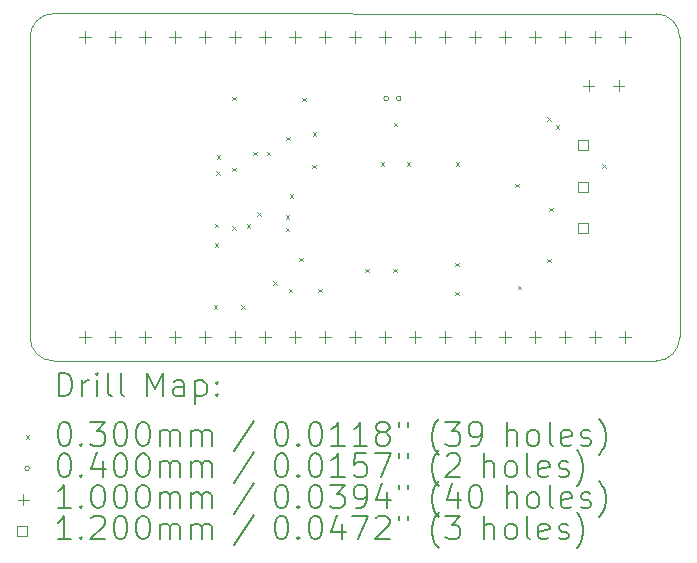
<source format=gbr>
%TF.GenerationSoftware,KiCad,Pcbnew,(6.99.0-2815-gbbc0c61ccb)*%
%TF.CreationDate,2023-01-22T02:42:39+07:00*%
%TF.ProjectId,ESP32-MODBUS-RS485-SHIELD,45535033-322d-44d4-9f44-4255532d5253,rev?*%
%TF.SameCoordinates,Original*%
%TF.FileFunction,Drillmap*%
%TF.FilePolarity,Positive*%
%FSLAX45Y45*%
G04 Gerber Fmt 4.5, Leading zero omitted, Abs format (unit mm)*
G04 Created by KiCad (PCBNEW (6.99.0-2815-gbbc0c61ccb)) date 2023-01-22 02:42:39*
%MOMM*%
%LPD*%
G01*
G04 APERTURE LIST*
%ADD10C,0.100000*%
%ADD11C,0.200000*%
%ADD12C,0.030000*%
%ADD13C,0.040000*%
%ADD14C,0.120000*%
G04 APERTURE END LIST*
D10*
X11890090Y-7950270D02*
G75*
G03*
X11685000Y-8162500I-4750J-200620D01*
G01*
X16985000Y-10892500D02*
X11885000Y-10892500D01*
X11685000Y-10692500D02*
G75*
G03*
X11885000Y-10892500I200000J0D01*
G01*
X17185000Y-8152500D02*
G75*
G03*
X16985000Y-7952500I-200000J0D01*
G01*
X17185000Y-8152500D02*
X17185000Y-10692500D01*
X11685000Y-10692500D02*
X11685000Y-8162500D01*
X11890090Y-7950267D02*
X16985000Y-7952500D01*
X16985000Y-10892500D02*
G75*
G03*
X17185000Y-10692500I0J200000D01*
G01*
D11*
D12*
X13240000Y-10420000D02*
X13270000Y-10450000D01*
X13270000Y-10420000D02*
X13240000Y-10450000D01*
X13250000Y-9730000D02*
X13280000Y-9760000D01*
X13280000Y-9730000D02*
X13250000Y-9760000D01*
X13250000Y-9895000D02*
X13280000Y-9925000D01*
X13280000Y-9895000D02*
X13250000Y-9925000D01*
X13260000Y-9285000D02*
X13290000Y-9315000D01*
X13290000Y-9285000D02*
X13260000Y-9315000D01*
X13265000Y-9150000D02*
X13295000Y-9180000D01*
X13295000Y-9150000D02*
X13265000Y-9180000D01*
X13395000Y-8655000D02*
X13425000Y-8685000D01*
X13425000Y-8655000D02*
X13395000Y-8685000D01*
X13395000Y-9255000D02*
X13425000Y-9285000D01*
X13425000Y-9255000D02*
X13395000Y-9285000D01*
X13395000Y-9750000D02*
X13425000Y-9780000D01*
X13425000Y-9750000D02*
X13395000Y-9780000D01*
X13475000Y-10420000D02*
X13505000Y-10450000D01*
X13505000Y-10420000D02*
X13475000Y-10450000D01*
X13520000Y-9735000D02*
X13550000Y-9765000D01*
X13550000Y-9735000D02*
X13520000Y-9765000D01*
X13575000Y-9120000D02*
X13605000Y-9150000D01*
X13605000Y-9120000D02*
X13575000Y-9150000D01*
X13610000Y-9635000D02*
X13640000Y-9665000D01*
X13640000Y-9635000D02*
X13610000Y-9665000D01*
X13690000Y-9120000D02*
X13720000Y-9150000D01*
X13720000Y-9120000D02*
X13690000Y-9150000D01*
X13745000Y-10215000D02*
X13775000Y-10245000D01*
X13775000Y-10215000D02*
X13745000Y-10245000D01*
X13850000Y-9660000D02*
X13880000Y-9690000D01*
X13880000Y-9660000D02*
X13850000Y-9690000D01*
X13850000Y-9765000D02*
X13880000Y-9795000D01*
X13880000Y-9765000D02*
X13850000Y-9795000D01*
X13854890Y-8995000D02*
X13884890Y-9025000D01*
X13884890Y-8995000D02*
X13854890Y-9025000D01*
X13875000Y-10280000D02*
X13905000Y-10310000D01*
X13905000Y-10280000D02*
X13875000Y-10310000D01*
X13885000Y-9480000D02*
X13915000Y-9510000D01*
X13915000Y-9480000D02*
X13885000Y-9510000D01*
X13965000Y-10020000D02*
X13995000Y-10050000D01*
X13995000Y-10020000D02*
X13965000Y-10050000D01*
X13990000Y-8665000D02*
X14020000Y-8695000D01*
X14020000Y-8665000D02*
X13990000Y-8695000D01*
X14075000Y-9230000D02*
X14105000Y-9260000D01*
X14105000Y-9230000D02*
X14075000Y-9260000D01*
X14080000Y-8955000D02*
X14110000Y-8985000D01*
X14110000Y-8955000D02*
X14080000Y-8985000D01*
X14125000Y-10280000D02*
X14155000Y-10310000D01*
X14155000Y-10280000D02*
X14125000Y-10310000D01*
X14525000Y-10110000D02*
X14555000Y-10140000D01*
X14555000Y-10110000D02*
X14525000Y-10140000D01*
X14655000Y-9210000D02*
X14685000Y-9240000D01*
X14685000Y-9210000D02*
X14655000Y-9240000D01*
X14760000Y-10110000D02*
X14790000Y-10140000D01*
X14790000Y-10110000D02*
X14760000Y-10140000D01*
X14765000Y-8875000D02*
X14795000Y-8905000D01*
X14795000Y-8875000D02*
X14765000Y-8905000D01*
X14875000Y-9210000D02*
X14905000Y-9240000D01*
X14905000Y-9210000D02*
X14875000Y-9240000D01*
X15285000Y-10060000D02*
X15315000Y-10090000D01*
X15315000Y-10060000D02*
X15285000Y-10090000D01*
X15285000Y-10305000D02*
X15315000Y-10335000D01*
X15315000Y-10305000D02*
X15285000Y-10335000D01*
X15290000Y-9210000D02*
X15320000Y-9240000D01*
X15320000Y-9210000D02*
X15290000Y-9240000D01*
X15795000Y-9390000D02*
X15825000Y-9420000D01*
X15825000Y-9390000D02*
X15795000Y-9420000D01*
X15815000Y-10255000D02*
X15845000Y-10285000D01*
X15845000Y-10255000D02*
X15815000Y-10285000D01*
X16065000Y-8830000D02*
X16095000Y-8860000D01*
X16095000Y-8830000D02*
X16065000Y-8860000D01*
X16065000Y-10025000D02*
X16095000Y-10055000D01*
X16095000Y-10025000D02*
X16065000Y-10055000D01*
X16080000Y-9595000D02*
X16110000Y-9625000D01*
X16110000Y-9595000D02*
X16080000Y-9625000D01*
X16135000Y-8895000D02*
X16165000Y-8925000D01*
X16165000Y-8895000D02*
X16135000Y-8925000D01*
X16530000Y-9225000D02*
X16560000Y-9255000D01*
X16560000Y-9225000D02*
X16530000Y-9255000D01*
D13*
X14720000Y-8670000D02*
G75*
G03*
X14720000Y-8670000I-20000J0D01*
G01*
X14825000Y-8670000D02*
G75*
G03*
X14825000Y-8670000I-20000J0D01*
G01*
D10*
X12149000Y-10642500D02*
X12149000Y-10742500D01*
X12099000Y-10692500D02*
X12199000Y-10692500D01*
X12150000Y-8100000D02*
X12150000Y-8200000D01*
X12100000Y-8150000D02*
X12200000Y-8150000D01*
X12403000Y-10642500D02*
X12403000Y-10742500D01*
X12353000Y-10692500D02*
X12453000Y-10692500D01*
X12404000Y-8100000D02*
X12404000Y-8200000D01*
X12354000Y-8150000D02*
X12454000Y-8150000D01*
X12657000Y-10642500D02*
X12657000Y-10742500D01*
X12607000Y-10692500D02*
X12707000Y-10692500D01*
X12658000Y-8100000D02*
X12658000Y-8200000D01*
X12608000Y-8150000D02*
X12708000Y-8150000D01*
X12911000Y-10642500D02*
X12911000Y-10742500D01*
X12861000Y-10692500D02*
X12961000Y-10692500D01*
X12912000Y-8100000D02*
X12912000Y-8200000D01*
X12862000Y-8150000D02*
X12962000Y-8150000D01*
X13165000Y-10642500D02*
X13165000Y-10742500D01*
X13115000Y-10692500D02*
X13215000Y-10692500D01*
X13166000Y-8100000D02*
X13166000Y-8200000D01*
X13116000Y-8150000D02*
X13216000Y-8150000D01*
X13419000Y-10642500D02*
X13419000Y-10742500D01*
X13369000Y-10692500D02*
X13469000Y-10692500D01*
X13420000Y-8100000D02*
X13420000Y-8200000D01*
X13370000Y-8150000D02*
X13470000Y-8150000D01*
X13673000Y-10642500D02*
X13673000Y-10742500D01*
X13623000Y-10692500D02*
X13723000Y-10692500D01*
X13674000Y-8100000D02*
X13674000Y-8200000D01*
X13624000Y-8150000D02*
X13724000Y-8150000D01*
X13927000Y-10642500D02*
X13927000Y-10742500D01*
X13877000Y-10692500D02*
X13977000Y-10692500D01*
X13928000Y-8100000D02*
X13928000Y-8200000D01*
X13878000Y-8150000D02*
X13978000Y-8150000D01*
X14181000Y-10642500D02*
X14181000Y-10742500D01*
X14131000Y-10692500D02*
X14231000Y-10692500D01*
X14182000Y-8100000D02*
X14182000Y-8200000D01*
X14132000Y-8150000D02*
X14232000Y-8150000D01*
X14435000Y-10642500D02*
X14435000Y-10742500D01*
X14385000Y-10692500D02*
X14485000Y-10692500D01*
X14436000Y-8100000D02*
X14436000Y-8200000D01*
X14386000Y-8150000D02*
X14486000Y-8150000D01*
X14689000Y-10642500D02*
X14689000Y-10742500D01*
X14639000Y-10692500D02*
X14739000Y-10692500D01*
X14690000Y-8100000D02*
X14690000Y-8200000D01*
X14640000Y-8150000D02*
X14740000Y-8150000D01*
X14943000Y-10642500D02*
X14943000Y-10742500D01*
X14893000Y-10692500D02*
X14993000Y-10692500D01*
X14944000Y-8100000D02*
X14944000Y-8200000D01*
X14894000Y-8150000D02*
X14994000Y-8150000D01*
X15197000Y-10642500D02*
X15197000Y-10742500D01*
X15147000Y-10692500D02*
X15247000Y-10692500D01*
X15198000Y-8100000D02*
X15198000Y-8200000D01*
X15148000Y-8150000D02*
X15248000Y-8150000D01*
X15451000Y-10642500D02*
X15451000Y-10742500D01*
X15401000Y-10692500D02*
X15501000Y-10692500D01*
X15452000Y-8100000D02*
X15452000Y-8200000D01*
X15402000Y-8150000D02*
X15502000Y-8150000D01*
X15705000Y-10642500D02*
X15705000Y-10742500D01*
X15655000Y-10692500D02*
X15755000Y-10692500D01*
X15706000Y-8100000D02*
X15706000Y-8200000D01*
X15656000Y-8150000D02*
X15756000Y-8150000D01*
X15959000Y-10642500D02*
X15959000Y-10742500D01*
X15909000Y-10692500D02*
X16009000Y-10692500D01*
X15960000Y-8100000D02*
X15960000Y-8200000D01*
X15910000Y-8150000D02*
X16010000Y-8150000D01*
X16213000Y-10642500D02*
X16213000Y-10742500D01*
X16163000Y-10692500D02*
X16263000Y-10692500D01*
X16214000Y-8100000D02*
X16214000Y-8200000D01*
X16164000Y-8150000D02*
X16264000Y-8150000D01*
X16413500Y-8510000D02*
X16413500Y-8610000D01*
X16363500Y-8560000D02*
X16463500Y-8560000D01*
X16467000Y-10642500D02*
X16467000Y-10742500D01*
X16417000Y-10692500D02*
X16517000Y-10692500D01*
X16468000Y-8100000D02*
X16468000Y-8200000D01*
X16418000Y-8150000D02*
X16518000Y-8150000D01*
X16667500Y-8510000D02*
X16667500Y-8610000D01*
X16617500Y-8560000D02*
X16717500Y-8560000D01*
X16721000Y-10642500D02*
X16721000Y-10742500D01*
X16671000Y-10692500D02*
X16771000Y-10692500D01*
X16722000Y-8100000D02*
X16722000Y-8200000D01*
X16672000Y-8150000D02*
X16772000Y-8150000D01*
D14*
X16409177Y-9109427D02*
X16409177Y-9024573D01*
X16324323Y-9024573D01*
X16324323Y-9109427D01*
X16409177Y-9109427D01*
X16409177Y-9459427D02*
X16409177Y-9374573D01*
X16324323Y-9374573D01*
X16324323Y-9459427D01*
X16409177Y-9459427D01*
X16409177Y-9809427D02*
X16409177Y-9724573D01*
X16324323Y-9724573D01*
X16324323Y-9809427D01*
X16409177Y-9809427D01*
D11*
X11927283Y-11190976D02*
X11927283Y-10990976D01*
X11927283Y-10990976D02*
X11974902Y-10990976D01*
X11974902Y-10990976D02*
X12003473Y-11000500D01*
X12003473Y-11000500D02*
X12022521Y-11019548D01*
X12022521Y-11019548D02*
X12032045Y-11038595D01*
X12032045Y-11038595D02*
X12041569Y-11076690D01*
X12041569Y-11076690D02*
X12041569Y-11105262D01*
X12041569Y-11105262D02*
X12032045Y-11143357D01*
X12032045Y-11143357D02*
X12022521Y-11162405D01*
X12022521Y-11162405D02*
X12003473Y-11181452D01*
X12003473Y-11181452D02*
X11974902Y-11190976D01*
X11974902Y-11190976D02*
X11927283Y-11190976D01*
X12127283Y-11190976D02*
X12127283Y-11057643D01*
X12127283Y-11095738D02*
X12136807Y-11076690D01*
X12136807Y-11076690D02*
X12146330Y-11067167D01*
X12146330Y-11067167D02*
X12165378Y-11057643D01*
X12165378Y-11057643D02*
X12184426Y-11057643D01*
X12251092Y-11190976D02*
X12251092Y-11057643D01*
X12251092Y-10990976D02*
X12241569Y-11000500D01*
X12241569Y-11000500D02*
X12251092Y-11010024D01*
X12251092Y-11010024D02*
X12260616Y-11000500D01*
X12260616Y-11000500D02*
X12251092Y-10990976D01*
X12251092Y-10990976D02*
X12251092Y-11010024D01*
X12374902Y-11190976D02*
X12355854Y-11181452D01*
X12355854Y-11181452D02*
X12346330Y-11162405D01*
X12346330Y-11162405D02*
X12346330Y-10990976D01*
X12479664Y-11190976D02*
X12460616Y-11181452D01*
X12460616Y-11181452D02*
X12451092Y-11162405D01*
X12451092Y-11162405D02*
X12451092Y-10990976D01*
X12675854Y-11190976D02*
X12675854Y-10990976D01*
X12675854Y-10990976D02*
X12742521Y-11133833D01*
X12742521Y-11133833D02*
X12809188Y-10990976D01*
X12809188Y-10990976D02*
X12809188Y-11190976D01*
X12990140Y-11190976D02*
X12990140Y-11086214D01*
X12990140Y-11086214D02*
X12980616Y-11067167D01*
X12980616Y-11067167D02*
X12961569Y-11057643D01*
X12961569Y-11057643D02*
X12923473Y-11057643D01*
X12923473Y-11057643D02*
X12904426Y-11067167D01*
X12990140Y-11181452D02*
X12971092Y-11190976D01*
X12971092Y-11190976D02*
X12923473Y-11190976D01*
X12923473Y-11190976D02*
X12904426Y-11181452D01*
X12904426Y-11181452D02*
X12894902Y-11162405D01*
X12894902Y-11162405D02*
X12894902Y-11143357D01*
X12894902Y-11143357D02*
X12904426Y-11124310D01*
X12904426Y-11124310D02*
X12923473Y-11114786D01*
X12923473Y-11114786D02*
X12971092Y-11114786D01*
X12971092Y-11114786D02*
X12990140Y-11105262D01*
X13085378Y-11057643D02*
X13085378Y-11257643D01*
X13085378Y-11067167D02*
X13104426Y-11057643D01*
X13104426Y-11057643D02*
X13142521Y-11057643D01*
X13142521Y-11057643D02*
X13161569Y-11067167D01*
X13161569Y-11067167D02*
X13171092Y-11076690D01*
X13171092Y-11076690D02*
X13180616Y-11095738D01*
X13180616Y-11095738D02*
X13180616Y-11152881D01*
X13180616Y-11152881D02*
X13171092Y-11171929D01*
X13171092Y-11171929D02*
X13161569Y-11181452D01*
X13161569Y-11181452D02*
X13142521Y-11190976D01*
X13142521Y-11190976D02*
X13104426Y-11190976D01*
X13104426Y-11190976D02*
X13085378Y-11181452D01*
X13266330Y-11171929D02*
X13275854Y-11181452D01*
X13275854Y-11181452D02*
X13266330Y-11190976D01*
X13266330Y-11190976D02*
X13256807Y-11181452D01*
X13256807Y-11181452D02*
X13266330Y-11171929D01*
X13266330Y-11171929D02*
X13266330Y-11190976D01*
X13266330Y-11067167D02*
X13275854Y-11076690D01*
X13275854Y-11076690D02*
X13266330Y-11086214D01*
X13266330Y-11086214D02*
X13256807Y-11076690D01*
X13256807Y-11076690D02*
X13266330Y-11067167D01*
X13266330Y-11067167D02*
X13266330Y-11086214D01*
D12*
X11649664Y-11522500D02*
X11679664Y-11552500D01*
X11679664Y-11522500D02*
X11649664Y-11552500D01*
D11*
X11965378Y-11410976D02*
X11984426Y-11410976D01*
X11984426Y-11410976D02*
X12003473Y-11420500D01*
X12003473Y-11420500D02*
X12012997Y-11430024D01*
X12012997Y-11430024D02*
X12022521Y-11449071D01*
X12022521Y-11449071D02*
X12032045Y-11487167D01*
X12032045Y-11487167D02*
X12032045Y-11534786D01*
X12032045Y-11534786D02*
X12022521Y-11572881D01*
X12022521Y-11572881D02*
X12012997Y-11591928D01*
X12012997Y-11591928D02*
X12003473Y-11601452D01*
X12003473Y-11601452D02*
X11984426Y-11610976D01*
X11984426Y-11610976D02*
X11965378Y-11610976D01*
X11965378Y-11610976D02*
X11946330Y-11601452D01*
X11946330Y-11601452D02*
X11936807Y-11591928D01*
X11936807Y-11591928D02*
X11927283Y-11572881D01*
X11927283Y-11572881D02*
X11917759Y-11534786D01*
X11917759Y-11534786D02*
X11917759Y-11487167D01*
X11917759Y-11487167D02*
X11927283Y-11449071D01*
X11927283Y-11449071D02*
X11936807Y-11430024D01*
X11936807Y-11430024D02*
X11946330Y-11420500D01*
X11946330Y-11420500D02*
X11965378Y-11410976D01*
X12117759Y-11591928D02*
X12127283Y-11601452D01*
X12127283Y-11601452D02*
X12117759Y-11610976D01*
X12117759Y-11610976D02*
X12108235Y-11601452D01*
X12108235Y-11601452D02*
X12117759Y-11591928D01*
X12117759Y-11591928D02*
X12117759Y-11610976D01*
X12193950Y-11410976D02*
X12317759Y-11410976D01*
X12317759Y-11410976D02*
X12251092Y-11487167D01*
X12251092Y-11487167D02*
X12279664Y-11487167D01*
X12279664Y-11487167D02*
X12298711Y-11496690D01*
X12298711Y-11496690D02*
X12308235Y-11506214D01*
X12308235Y-11506214D02*
X12317759Y-11525262D01*
X12317759Y-11525262D02*
X12317759Y-11572881D01*
X12317759Y-11572881D02*
X12308235Y-11591928D01*
X12308235Y-11591928D02*
X12298711Y-11601452D01*
X12298711Y-11601452D02*
X12279664Y-11610976D01*
X12279664Y-11610976D02*
X12222521Y-11610976D01*
X12222521Y-11610976D02*
X12203473Y-11601452D01*
X12203473Y-11601452D02*
X12193950Y-11591928D01*
X12441569Y-11410976D02*
X12460616Y-11410976D01*
X12460616Y-11410976D02*
X12479664Y-11420500D01*
X12479664Y-11420500D02*
X12489188Y-11430024D01*
X12489188Y-11430024D02*
X12498711Y-11449071D01*
X12498711Y-11449071D02*
X12508235Y-11487167D01*
X12508235Y-11487167D02*
X12508235Y-11534786D01*
X12508235Y-11534786D02*
X12498711Y-11572881D01*
X12498711Y-11572881D02*
X12489188Y-11591928D01*
X12489188Y-11591928D02*
X12479664Y-11601452D01*
X12479664Y-11601452D02*
X12460616Y-11610976D01*
X12460616Y-11610976D02*
X12441569Y-11610976D01*
X12441569Y-11610976D02*
X12422521Y-11601452D01*
X12422521Y-11601452D02*
X12412997Y-11591928D01*
X12412997Y-11591928D02*
X12403473Y-11572881D01*
X12403473Y-11572881D02*
X12393950Y-11534786D01*
X12393950Y-11534786D02*
X12393950Y-11487167D01*
X12393950Y-11487167D02*
X12403473Y-11449071D01*
X12403473Y-11449071D02*
X12412997Y-11430024D01*
X12412997Y-11430024D02*
X12422521Y-11420500D01*
X12422521Y-11420500D02*
X12441569Y-11410976D01*
X12632045Y-11410976D02*
X12651092Y-11410976D01*
X12651092Y-11410976D02*
X12670140Y-11420500D01*
X12670140Y-11420500D02*
X12679664Y-11430024D01*
X12679664Y-11430024D02*
X12689188Y-11449071D01*
X12689188Y-11449071D02*
X12698711Y-11487167D01*
X12698711Y-11487167D02*
X12698711Y-11534786D01*
X12698711Y-11534786D02*
X12689188Y-11572881D01*
X12689188Y-11572881D02*
X12679664Y-11591928D01*
X12679664Y-11591928D02*
X12670140Y-11601452D01*
X12670140Y-11601452D02*
X12651092Y-11610976D01*
X12651092Y-11610976D02*
X12632045Y-11610976D01*
X12632045Y-11610976D02*
X12612997Y-11601452D01*
X12612997Y-11601452D02*
X12603473Y-11591928D01*
X12603473Y-11591928D02*
X12593950Y-11572881D01*
X12593950Y-11572881D02*
X12584426Y-11534786D01*
X12584426Y-11534786D02*
X12584426Y-11487167D01*
X12584426Y-11487167D02*
X12593950Y-11449071D01*
X12593950Y-11449071D02*
X12603473Y-11430024D01*
X12603473Y-11430024D02*
X12612997Y-11420500D01*
X12612997Y-11420500D02*
X12632045Y-11410976D01*
X12784426Y-11610976D02*
X12784426Y-11477643D01*
X12784426Y-11496690D02*
X12793950Y-11487167D01*
X12793950Y-11487167D02*
X12812997Y-11477643D01*
X12812997Y-11477643D02*
X12841569Y-11477643D01*
X12841569Y-11477643D02*
X12860616Y-11487167D01*
X12860616Y-11487167D02*
X12870140Y-11506214D01*
X12870140Y-11506214D02*
X12870140Y-11610976D01*
X12870140Y-11506214D02*
X12879664Y-11487167D01*
X12879664Y-11487167D02*
X12898711Y-11477643D01*
X12898711Y-11477643D02*
X12927283Y-11477643D01*
X12927283Y-11477643D02*
X12946331Y-11487167D01*
X12946331Y-11487167D02*
X12955854Y-11506214D01*
X12955854Y-11506214D02*
X12955854Y-11610976D01*
X13051092Y-11610976D02*
X13051092Y-11477643D01*
X13051092Y-11496690D02*
X13060616Y-11487167D01*
X13060616Y-11487167D02*
X13079664Y-11477643D01*
X13079664Y-11477643D02*
X13108235Y-11477643D01*
X13108235Y-11477643D02*
X13127283Y-11487167D01*
X13127283Y-11487167D02*
X13136807Y-11506214D01*
X13136807Y-11506214D02*
X13136807Y-11610976D01*
X13136807Y-11506214D02*
X13146331Y-11487167D01*
X13146331Y-11487167D02*
X13165378Y-11477643D01*
X13165378Y-11477643D02*
X13193950Y-11477643D01*
X13193950Y-11477643D02*
X13212997Y-11487167D01*
X13212997Y-11487167D02*
X13222521Y-11506214D01*
X13222521Y-11506214D02*
X13222521Y-11610976D01*
X13580616Y-11401452D02*
X13409188Y-11658595D01*
X13805378Y-11410976D02*
X13824426Y-11410976D01*
X13824426Y-11410976D02*
X13843473Y-11420500D01*
X13843473Y-11420500D02*
X13852997Y-11430024D01*
X13852997Y-11430024D02*
X13862521Y-11449071D01*
X13862521Y-11449071D02*
X13872045Y-11487167D01*
X13872045Y-11487167D02*
X13872045Y-11534786D01*
X13872045Y-11534786D02*
X13862521Y-11572881D01*
X13862521Y-11572881D02*
X13852997Y-11591928D01*
X13852997Y-11591928D02*
X13843473Y-11601452D01*
X13843473Y-11601452D02*
X13824426Y-11610976D01*
X13824426Y-11610976D02*
X13805378Y-11610976D01*
X13805378Y-11610976D02*
X13786331Y-11601452D01*
X13786331Y-11601452D02*
X13776807Y-11591928D01*
X13776807Y-11591928D02*
X13767283Y-11572881D01*
X13767283Y-11572881D02*
X13757759Y-11534786D01*
X13757759Y-11534786D02*
X13757759Y-11487167D01*
X13757759Y-11487167D02*
X13767283Y-11449071D01*
X13767283Y-11449071D02*
X13776807Y-11430024D01*
X13776807Y-11430024D02*
X13786331Y-11420500D01*
X13786331Y-11420500D02*
X13805378Y-11410976D01*
X13957759Y-11591928D02*
X13967283Y-11601452D01*
X13967283Y-11601452D02*
X13957759Y-11610976D01*
X13957759Y-11610976D02*
X13948235Y-11601452D01*
X13948235Y-11601452D02*
X13957759Y-11591928D01*
X13957759Y-11591928D02*
X13957759Y-11610976D01*
X14091092Y-11410976D02*
X14110140Y-11410976D01*
X14110140Y-11410976D02*
X14129188Y-11420500D01*
X14129188Y-11420500D02*
X14138712Y-11430024D01*
X14138712Y-11430024D02*
X14148235Y-11449071D01*
X14148235Y-11449071D02*
X14157759Y-11487167D01*
X14157759Y-11487167D02*
X14157759Y-11534786D01*
X14157759Y-11534786D02*
X14148235Y-11572881D01*
X14148235Y-11572881D02*
X14138712Y-11591928D01*
X14138712Y-11591928D02*
X14129188Y-11601452D01*
X14129188Y-11601452D02*
X14110140Y-11610976D01*
X14110140Y-11610976D02*
X14091092Y-11610976D01*
X14091092Y-11610976D02*
X14072045Y-11601452D01*
X14072045Y-11601452D02*
X14062521Y-11591928D01*
X14062521Y-11591928D02*
X14052997Y-11572881D01*
X14052997Y-11572881D02*
X14043473Y-11534786D01*
X14043473Y-11534786D02*
X14043473Y-11487167D01*
X14043473Y-11487167D02*
X14052997Y-11449071D01*
X14052997Y-11449071D02*
X14062521Y-11430024D01*
X14062521Y-11430024D02*
X14072045Y-11420500D01*
X14072045Y-11420500D02*
X14091092Y-11410976D01*
X14348235Y-11610976D02*
X14233950Y-11610976D01*
X14291092Y-11610976D02*
X14291092Y-11410976D01*
X14291092Y-11410976D02*
X14272045Y-11439548D01*
X14272045Y-11439548D02*
X14252997Y-11458595D01*
X14252997Y-11458595D02*
X14233950Y-11468119D01*
X14538712Y-11610976D02*
X14424426Y-11610976D01*
X14481569Y-11610976D02*
X14481569Y-11410976D01*
X14481569Y-11410976D02*
X14462521Y-11439548D01*
X14462521Y-11439548D02*
X14443473Y-11458595D01*
X14443473Y-11458595D02*
X14424426Y-11468119D01*
X14652997Y-11496690D02*
X14633950Y-11487167D01*
X14633950Y-11487167D02*
X14624426Y-11477643D01*
X14624426Y-11477643D02*
X14614902Y-11458595D01*
X14614902Y-11458595D02*
X14614902Y-11449071D01*
X14614902Y-11449071D02*
X14624426Y-11430024D01*
X14624426Y-11430024D02*
X14633950Y-11420500D01*
X14633950Y-11420500D02*
X14652997Y-11410976D01*
X14652997Y-11410976D02*
X14691093Y-11410976D01*
X14691093Y-11410976D02*
X14710140Y-11420500D01*
X14710140Y-11420500D02*
X14719664Y-11430024D01*
X14719664Y-11430024D02*
X14729188Y-11449071D01*
X14729188Y-11449071D02*
X14729188Y-11458595D01*
X14729188Y-11458595D02*
X14719664Y-11477643D01*
X14719664Y-11477643D02*
X14710140Y-11487167D01*
X14710140Y-11487167D02*
X14691093Y-11496690D01*
X14691093Y-11496690D02*
X14652997Y-11496690D01*
X14652997Y-11496690D02*
X14633950Y-11506214D01*
X14633950Y-11506214D02*
X14624426Y-11515738D01*
X14624426Y-11515738D02*
X14614902Y-11534786D01*
X14614902Y-11534786D02*
X14614902Y-11572881D01*
X14614902Y-11572881D02*
X14624426Y-11591928D01*
X14624426Y-11591928D02*
X14633950Y-11601452D01*
X14633950Y-11601452D02*
X14652997Y-11610976D01*
X14652997Y-11610976D02*
X14691093Y-11610976D01*
X14691093Y-11610976D02*
X14710140Y-11601452D01*
X14710140Y-11601452D02*
X14719664Y-11591928D01*
X14719664Y-11591928D02*
X14729188Y-11572881D01*
X14729188Y-11572881D02*
X14729188Y-11534786D01*
X14729188Y-11534786D02*
X14719664Y-11515738D01*
X14719664Y-11515738D02*
X14710140Y-11506214D01*
X14710140Y-11506214D02*
X14691093Y-11496690D01*
X14805378Y-11410976D02*
X14805378Y-11449071D01*
X14881569Y-11410976D02*
X14881569Y-11449071D01*
X15144426Y-11687167D02*
X15134902Y-11677643D01*
X15134902Y-11677643D02*
X15115854Y-11649071D01*
X15115854Y-11649071D02*
X15106331Y-11630024D01*
X15106331Y-11630024D02*
X15096807Y-11601452D01*
X15096807Y-11601452D02*
X15087283Y-11553833D01*
X15087283Y-11553833D02*
X15087283Y-11515738D01*
X15087283Y-11515738D02*
X15096807Y-11468119D01*
X15096807Y-11468119D02*
X15106331Y-11439548D01*
X15106331Y-11439548D02*
X15115854Y-11420500D01*
X15115854Y-11420500D02*
X15134902Y-11391928D01*
X15134902Y-11391928D02*
X15144426Y-11382405D01*
X15201569Y-11410976D02*
X15325378Y-11410976D01*
X15325378Y-11410976D02*
X15258712Y-11487167D01*
X15258712Y-11487167D02*
X15287283Y-11487167D01*
X15287283Y-11487167D02*
X15306331Y-11496690D01*
X15306331Y-11496690D02*
X15315854Y-11506214D01*
X15315854Y-11506214D02*
X15325378Y-11525262D01*
X15325378Y-11525262D02*
X15325378Y-11572881D01*
X15325378Y-11572881D02*
X15315854Y-11591928D01*
X15315854Y-11591928D02*
X15306331Y-11601452D01*
X15306331Y-11601452D02*
X15287283Y-11610976D01*
X15287283Y-11610976D02*
X15230140Y-11610976D01*
X15230140Y-11610976D02*
X15211093Y-11601452D01*
X15211093Y-11601452D02*
X15201569Y-11591928D01*
X15420616Y-11610976D02*
X15458712Y-11610976D01*
X15458712Y-11610976D02*
X15477759Y-11601452D01*
X15477759Y-11601452D02*
X15487283Y-11591928D01*
X15487283Y-11591928D02*
X15506331Y-11563357D01*
X15506331Y-11563357D02*
X15515854Y-11525262D01*
X15515854Y-11525262D02*
X15515854Y-11449071D01*
X15515854Y-11449071D02*
X15506331Y-11430024D01*
X15506331Y-11430024D02*
X15496807Y-11420500D01*
X15496807Y-11420500D02*
X15477759Y-11410976D01*
X15477759Y-11410976D02*
X15439664Y-11410976D01*
X15439664Y-11410976D02*
X15420616Y-11420500D01*
X15420616Y-11420500D02*
X15411093Y-11430024D01*
X15411093Y-11430024D02*
X15401569Y-11449071D01*
X15401569Y-11449071D02*
X15401569Y-11496690D01*
X15401569Y-11496690D02*
X15411093Y-11515738D01*
X15411093Y-11515738D02*
X15420616Y-11525262D01*
X15420616Y-11525262D02*
X15439664Y-11534786D01*
X15439664Y-11534786D02*
X15477759Y-11534786D01*
X15477759Y-11534786D02*
X15496807Y-11525262D01*
X15496807Y-11525262D02*
X15506331Y-11515738D01*
X15506331Y-11515738D02*
X15515854Y-11496690D01*
X15721569Y-11610976D02*
X15721569Y-11410976D01*
X15807283Y-11610976D02*
X15807283Y-11506214D01*
X15807283Y-11506214D02*
X15797759Y-11487167D01*
X15797759Y-11487167D02*
X15778712Y-11477643D01*
X15778712Y-11477643D02*
X15750140Y-11477643D01*
X15750140Y-11477643D02*
X15731093Y-11487167D01*
X15731093Y-11487167D02*
X15721569Y-11496690D01*
X15931093Y-11610976D02*
X15912045Y-11601452D01*
X15912045Y-11601452D02*
X15902521Y-11591928D01*
X15902521Y-11591928D02*
X15892997Y-11572881D01*
X15892997Y-11572881D02*
X15892997Y-11515738D01*
X15892997Y-11515738D02*
X15902521Y-11496690D01*
X15902521Y-11496690D02*
X15912045Y-11487167D01*
X15912045Y-11487167D02*
X15931093Y-11477643D01*
X15931093Y-11477643D02*
X15959664Y-11477643D01*
X15959664Y-11477643D02*
X15978712Y-11487167D01*
X15978712Y-11487167D02*
X15988235Y-11496690D01*
X15988235Y-11496690D02*
X15997759Y-11515738D01*
X15997759Y-11515738D02*
X15997759Y-11572881D01*
X15997759Y-11572881D02*
X15988235Y-11591928D01*
X15988235Y-11591928D02*
X15978712Y-11601452D01*
X15978712Y-11601452D02*
X15959664Y-11610976D01*
X15959664Y-11610976D02*
X15931093Y-11610976D01*
X16112045Y-11610976D02*
X16092997Y-11601452D01*
X16092997Y-11601452D02*
X16083474Y-11582405D01*
X16083474Y-11582405D02*
X16083474Y-11410976D01*
X16264426Y-11601452D02*
X16245378Y-11610976D01*
X16245378Y-11610976D02*
X16207283Y-11610976D01*
X16207283Y-11610976D02*
X16188235Y-11601452D01*
X16188235Y-11601452D02*
X16178712Y-11582405D01*
X16178712Y-11582405D02*
X16178712Y-11506214D01*
X16178712Y-11506214D02*
X16188235Y-11487167D01*
X16188235Y-11487167D02*
X16207283Y-11477643D01*
X16207283Y-11477643D02*
X16245378Y-11477643D01*
X16245378Y-11477643D02*
X16264426Y-11487167D01*
X16264426Y-11487167D02*
X16273950Y-11506214D01*
X16273950Y-11506214D02*
X16273950Y-11525262D01*
X16273950Y-11525262D02*
X16178712Y-11544309D01*
X16350140Y-11601452D02*
X16369188Y-11610976D01*
X16369188Y-11610976D02*
X16407283Y-11610976D01*
X16407283Y-11610976D02*
X16426331Y-11601452D01*
X16426331Y-11601452D02*
X16435855Y-11582405D01*
X16435855Y-11582405D02*
X16435855Y-11572881D01*
X16435855Y-11572881D02*
X16426331Y-11553833D01*
X16426331Y-11553833D02*
X16407283Y-11544309D01*
X16407283Y-11544309D02*
X16378712Y-11544309D01*
X16378712Y-11544309D02*
X16359664Y-11534786D01*
X16359664Y-11534786D02*
X16350140Y-11515738D01*
X16350140Y-11515738D02*
X16350140Y-11506214D01*
X16350140Y-11506214D02*
X16359664Y-11487167D01*
X16359664Y-11487167D02*
X16378712Y-11477643D01*
X16378712Y-11477643D02*
X16407283Y-11477643D01*
X16407283Y-11477643D02*
X16426331Y-11487167D01*
X16502521Y-11687167D02*
X16512045Y-11677643D01*
X16512045Y-11677643D02*
X16531093Y-11649071D01*
X16531093Y-11649071D02*
X16540616Y-11630024D01*
X16540616Y-11630024D02*
X16550140Y-11601452D01*
X16550140Y-11601452D02*
X16559664Y-11553833D01*
X16559664Y-11553833D02*
X16559664Y-11515738D01*
X16559664Y-11515738D02*
X16550140Y-11468119D01*
X16550140Y-11468119D02*
X16540616Y-11439548D01*
X16540616Y-11439548D02*
X16531093Y-11420500D01*
X16531093Y-11420500D02*
X16512045Y-11391928D01*
X16512045Y-11391928D02*
X16502521Y-11382405D01*
D13*
X11679664Y-11801500D02*
G75*
G03*
X11679664Y-11801500I-20000J0D01*
G01*
D11*
X11965378Y-11674976D02*
X11984426Y-11674976D01*
X11984426Y-11674976D02*
X12003473Y-11684500D01*
X12003473Y-11684500D02*
X12012997Y-11694024D01*
X12012997Y-11694024D02*
X12022521Y-11713071D01*
X12022521Y-11713071D02*
X12032045Y-11751167D01*
X12032045Y-11751167D02*
X12032045Y-11798786D01*
X12032045Y-11798786D02*
X12022521Y-11836881D01*
X12022521Y-11836881D02*
X12012997Y-11855928D01*
X12012997Y-11855928D02*
X12003473Y-11865452D01*
X12003473Y-11865452D02*
X11984426Y-11874976D01*
X11984426Y-11874976D02*
X11965378Y-11874976D01*
X11965378Y-11874976D02*
X11946330Y-11865452D01*
X11946330Y-11865452D02*
X11936807Y-11855928D01*
X11936807Y-11855928D02*
X11927283Y-11836881D01*
X11927283Y-11836881D02*
X11917759Y-11798786D01*
X11917759Y-11798786D02*
X11917759Y-11751167D01*
X11917759Y-11751167D02*
X11927283Y-11713071D01*
X11927283Y-11713071D02*
X11936807Y-11694024D01*
X11936807Y-11694024D02*
X11946330Y-11684500D01*
X11946330Y-11684500D02*
X11965378Y-11674976D01*
X12117759Y-11855928D02*
X12127283Y-11865452D01*
X12127283Y-11865452D02*
X12117759Y-11874976D01*
X12117759Y-11874976D02*
X12108235Y-11865452D01*
X12108235Y-11865452D02*
X12117759Y-11855928D01*
X12117759Y-11855928D02*
X12117759Y-11874976D01*
X12298711Y-11741643D02*
X12298711Y-11874976D01*
X12251092Y-11665452D02*
X12203473Y-11808309D01*
X12203473Y-11808309D02*
X12327283Y-11808309D01*
X12441569Y-11674976D02*
X12460616Y-11674976D01*
X12460616Y-11674976D02*
X12479664Y-11684500D01*
X12479664Y-11684500D02*
X12489188Y-11694024D01*
X12489188Y-11694024D02*
X12498711Y-11713071D01*
X12498711Y-11713071D02*
X12508235Y-11751167D01*
X12508235Y-11751167D02*
X12508235Y-11798786D01*
X12508235Y-11798786D02*
X12498711Y-11836881D01*
X12498711Y-11836881D02*
X12489188Y-11855928D01*
X12489188Y-11855928D02*
X12479664Y-11865452D01*
X12479664Y-11865452D02*
X12460616Y-11874976D01*
X12460616Y-11874976D02*
X12441569Y-11874976D01*
X12441569Y-11874976D02*
X12422521Y-11865452D01*
X12422521Y-11865452D02*
X12412997Y-11855928D01*
X12412997Y-11855928D02*
X12403473Y-11836881D01*
X12403473Y-11836881D02*
X12393950Y-11798786D01*
X12393950Y-11798786D02*
X12393950Y-11751167D01*
X12393950Y-11751167D02*
X12403473Y-11713071D01*
X12403473Y-11713071D02*
X12412997Y-11694024D01*
X12412997Y-11694024D02*
X12422521Y-11684500D01*
X12422521Y-11684500D02*
X12441569Y-11674976D01*
X12632045Y-11674976D02*
X12651092Y-11674976D01*
X12651092Y-11674976D02*
X12670140Y-11684500D01*
X12670140Y-11684500D02*
X12679664Y-11694024D01*
X12679664Y-11694024D02*
X12689188Y-11713071D01*
X12689188Y-11713071D02*
X12698711Y-11751167D01*
X12698711Y-11751167D02*
X12698711Y-11798786D01*
X12698711Y-11798786D02*
X12689188Y-11836881D01*
X12689188Y-11836881D02*
X12679664Y-11855928D01*
X12679664Y-11855928D02*
X12670140Y-11865452D01*
X12670140Y-11865452D02*
X12651092Y-11874976D01*
X12651092Y-11874976D02*
X12632045Y-11874976D01*
X12632045Y-11874976D02*
X12612997Y-11865452D01*
X12612997Y-11865452D02*
X12603473Y-11855928D01*
X12603473Y-11855928D02*
X12593950Y-11836881D01*
X12593950Y-11836881D02*
X12584426Y-11798786D01*
X12584426Y-11798786D02*
X12584426Y-11751167D01*
X12584426Y-11751167D02*
X12593950Y-11713071D01*
X12593950Y-11713071D02*
X12603473Y-11694024D01*
X12603473Y-11694024D02*
X12612997Y-11684500D01*
X12612997Y-11684500D02*
X12632045Y-11674976D01*
X12784426Y-11874976D02*
X12784426Y-11741643D01*
X12784426Y-11760690D02*
X12793950Y-11751167D01*
X12793950Y-11751167D02*
X12812997Y-11741643D01*
X12812997Y-11741643D02*
X12841569Y-11741643D01*
X12841569Y-11741643D02*
X12860616Y-11751167D01*
X12860616Y-11751167D02*
X12870140Y-11770214D01*
X12870140Y-11770214D02*
X12870140Y-11874976D01*
X12870140Y-11770214D02*
X12879664Y-11751167D01*
X12879664Y-11751167D02*
X12898711Y-11741643D01*
X12898711Y-11741643D02*
X12927283Y-11741643D01*
X12927283Y-11741643D02*
X12946331Y-11751167D01*
X12946331Y-11751167D02*
X12955854Y-11770214D01*
X12955854Y-11770214D02*
X12955854Y-11874976D01*
X13051092Y-11874976D02*
X13051092Y-11741643D01*
X13051092Y-11760690D02*
X13060616Y-11751167D01*
X13060616Y-11751167D02*
X13079664Y-11741643D01*
X13079664Y-11741643D02*
X13108235Y-11741643D01*
X13108235Y-11741643D02*
X13127283Y-11751167D01*
X13127283Y-11751167D02*
X13136807Y-11770214D01*
X13136807Y-11770214D02*
X13136807Y-11874976D01*
X13136807Y-11770214D02*
X13146331Y-11751167D01*
X13146331Y-11751167D02*
X13165378Y-11741643D01*
X13165378Y-11741643D02*
X13193950Y-11741643D01*
X13193950Y-11741643D02*
X13212997Y-11751167D01*
X13212997Y-11751167D02*
X13222521Y-11770214D01*
X13222521Y-11770214D02*
X13222521Y-11874976D01*
X13580616Y-11665452D02*
X13409188Y-11922595D01*
X13805378Y-11674976D02*
X13824426Y-11674976D01*
X13824426Y-11674976D02*
X13843473Y-11684500D01*
X13843473Y-11684500D02*
X13852997Y-11694024D01*
X13852997Y-11694024D02*
X13862521Y-11713071D01*
X13862521Y-11713071D02*
X13872045Y-11751167D01*
X13872045Y-11751167D02*
X13872045Y-11798786D01*
X13872045Y-11798786D02*
X13862521Y-11836881D01*
X13862521Y-11836881D02*
X13852997Y-11855928D01*
X13852997Y-11855928D02*
X13843473Y-11865452D01*
X13843473Y-11865452D02*
X13824426Y-11874976D01*
X13824426Y-11874976D02*
X13805378Y-11874976D01*
X13805378Y-11874976D02*
X13786331Y-11865452D01*
X13786331Y-11865452D02*
X13776807Y-11855928D01*
X13776807Y-11855928D02*
X13767283Y-11836881D01*
X13767283Y-11836881D02*
X13757759Y-11798786D01*
X13757759Y-11798786D02*
X13757759Y-11751167D01*
X13757759Y-11751167D02*
X13767283Y-11713071D01*
X13767283Y-11713071D02*
X13776807Y-11694024D01*
X13776807Y-11694024D02*
X13786331Y-11684500D01*
X13786331Y-11684500D02*
X13805378Y-11674976D01*
X13957759Y-11855928D02*
X13967283Y-11865452D01*
X13967283Y-11865452D02*
X13957759Y-11874976D01*
X13957759Y-11874976D02*
X13948235Y-11865452D01*
X13948235Y-11865452D02*
X13957759Y-11855928D01*
X13957759Y-11855928D02*
X13957759Y-11874976D01*
X14091092Y-11674976D02*
X14110140Y-11674976D01*
X14110140Y-11674976D02*
X14129188Y-11684500D01*
X14129188Y-11684500D02*
X14138712Y-11694024D01*
X14138712Y-11694024D02*
X14148235Y-11713071D01*
X14148235Y-11713071D02*
X14157759Y-11751167D01*
X14157759Y-11751167D02*
X14157759Y-11798786D01*
X14157759Y-11798786D02*
X14148235Y-11836881D01*
X14148235Y-11836881D02*
X14138712Y-11855928D01*
X14138712Y-11855928D02*
X14129188Y-11865452D01*
X14129188Y-11865452D02*
X14110140Y-11874976D01*
X14110140Y-11874976D02*
X14091092Y-11874976D01*
X14091092Y-11874976D02*
X14072045Y-11865452D01*
X14072045Y-11865452D02*
X14062521Y-11855928D01*
X14062521Y-11855928D02*
X14052997Y-11836881D01*
X14052997Y-11836881D02*
X14043473Y-11798786D01*
X14043473Y-11798786D02*
X14043473Y-11751167D01*
X14043473Y-11751167D02*
X14052997Y-11713071D01*
X14052997Y-11713071D02*
X14062521Y-11694024D01*
X14062521Y-11694024D02*
X14072045Y-11684500D01*
X14072045Y-11684500D02*
X14091092Y-11674976D01*
X14348235Y-11874976D02*
X14233950Y-11874976D01*
X14291092Y-11874976D02*
X14291092Y-11674976D01*
X14291092Y-11674976D02*
X14272045Y-11703548D01*
X14272045Y-11703548D02*
X14252997Y-11722595D01*
X14252997Y-11722595D02*
X14233950Y-11732119D01*
X14529188Y-11674976D02*
X14433950Y-11674976D01*
X14433950Y-11674976D02*
X14424426Y-11770214D01*
X14424426Y-11770214D02*
X14433950Y-11760690D01*
X14433950Y-11760690D02*
X14452997Y-11751167D01*
X14452997Y-11751167D02*
X14500616Y-11751167D01*
X14500616Y-11751167D02*
X14519664Y-11760690D01*
X14519664Y-11760690D02*
X14529188Y-11770214D01*
X14529188Y-11770214D02*
X14538712Y-11789262D01*
X14538712Y-11789262D02*
X14538712Y-11836881D01*
X14538712Y-11836881D02*
X14529188Y-11855928D01*
X14529188Y-11855928D02*
X14519664Y-11865452D01*
X14519664Y-11865452D02*
X14500616Y-11874976D01*
X14500616Y-11874976D02*
X14452997Y-11874976D01*
X14452997Y-11874976D02*
X14433950Y-11865452D01*
X14433950Y-11865452D02*
X14424426Y-11855928D01*
X14605378Y-11674976D02*
X14738712Y-11674976D01*
X14738712Y-11674976D02*
X14652997Y-11874976D01*
X14805378Y-11674976D02*
X14805378Y-11713071D01*
X14881569Y-11674976D02*
X14881569Y-11713071D01*
X15144426Y-11951167D02*
X15134902Y-11941643D01*
X15134902Y-11941643D02*
X15115854Y-11913071D01*
X15115854Y-11913071D02*
X15106331Y-11894024D01*
X15106331Y-11894024D02*
X15096807Y-11865452D01*
X15096807Y-11865452D02*
X15087283Y-11817833D01*
X15087283Y-11817833D02*
X15087283Y-11779738D01*
X15087283Y-11779738D02*
X15096807Y-11732119D01*
X15096807Y-11732119D02*
X15106331Y-11703548D01*
X15106331Y-11703548D02*
X15115854Y-11684500D01*
X15115854Y-11684500D02*
X15134902Y-11655928D01*
X15134902Y-11655928D02*
X15144426Y-11646405D01*
X15211093Y-11694024D02*
X15220616Y-11684500D01*
X15220616Y-11684500D02*
X15239664Y-11674976D01*
X15239664Y-11674976D02*
X15287283Y-11674976D01*
X15287283Y-11674976D02*
X15306331Y-11684500D01*
X15306331Y-11684500D02*
X15315854Y-11694024D01*
X15315854Y-11694024D02*
X15325378Y-11713071D01*
X15325378Y-11713071D02*
X15325378Y-11732119D01*
X15325378Y-11732119D02*
X15315854Y-11760690D01*
X15315854Y-11760690D02*
X15201569Y-11874976D01*
X15201569Y-11874976D02*
X15325378Y-11874976D01*
X15531093Y-11874976D02*
X15531093Y-11674976D01*
X15616807Y-11874976D02*
X15616807Y-11770214D01*
X15616807Y-11770214D02*
X15607283Y-11751167D01*
X15607283Y-11751167D02*
X15588235Y-11741643D01*
X15588235Y-11741643D02*
X15559664Y-11741643D01*
X15559664Y-11741643D02*
X15540616Y-11751167D01*
X15540616Y-11751167D02*
X15531093Y-11760690D01*
X15740616Y-11874976D02*
X15721569Y-11865452D01*
X15721569Y-11865452D02*
X15712045Y-11855928D01*
X15712045Y-11855928D02*
X15702521Y-11836881D01*
X15702521Y-11836881D02*
X15702521Y-11779738D01*
X15702521Y-11779738D02*
X15712045Y-11760690D01*
X15712045Y-11760690D02*
X15721569Y-11751167D01*
X15721569Y-11751167D02*
X15740616Y-11741643D01*
X15740616Y-11741643D02*
X15769188Y-11741643D01*
X15769188Y-11741643D02*
X15788235Y-11751167D01*
X15788235Y-11751167D02*
X15797759Y-11760690D01*
X15797759Y-11760690D02*
X15807283Y-11779738D01*
X15807283Y-11779738D02*
X15807283Y-11836881D01*
X15807283Y-11836881D02*
X15797759Y-11855928D01*
X15797759Y-11855928D02*
X15788235Y-11865452D01*
X15788235Y-11865452D02*
X15769188Y-11874976D01*
X15769188Y-11874976D02*
X15740616Y-11874976D01*
X15921569Y-11874976D02*
X15902521Y-11865452D01*
X15902521Y-11865452D02*
X15892997Y-11846405D01*
X15892997Y-11846405D02*
X15892997Y-11674976D01*
X16073950Y-11865452D02*
X16054902Y-11874976D01*
X16054902Y-11874976D02*
X16016807Y-11874976D01*
X16016807Y-11874976D02*
X15997759Y-11865452D01*
X15997759Y-11865452D02*
X15988235Y-11846405D01*
X15988235Y-11846405D02*
X15988235Y-11770214D01*
X15988235Y-11770214D02*
X15997759Y-11751167D01*
X15997759Y-11751167D02*
X16016807Y-11741643D01*
X16016807Y-11741643D02*
X16054902Y-11741643D01*
X16054902Y-11741643D02*
X16073950Y-11751167D01*
X16073950Y-11751167D02*
X16083474Y-11770214D01*
X16083474Y-11770214D02*
X16083474Y-11789262D01*
X16083474Y-11789262D02*
X15988235Y-11808309D01*
X16159664Y-11865452D02*
X16178712Y-11874976D01*
X16178712Y-11874976D02*
X16216807Y-11874976D01*
X16216807Y-11874976D02*
X16235855Y-11865452D01*
X16235855Y-11865452D02*
X16245378Y-11846405D01*
X16245378Y-11846405D02*
X16245378Y-11836881D01*
X16245378Y-11836881D02*
X16235855Y-11817833D01*
X16235855Y-11817833D02*
X16216807Y-11808309D01*
X16216807Y-11808309D02*
X16188235Y-11808309D01*
X16188235Y-11808309D02*
X16169188Y-11798786D01*
X16169188Y-11798786D02*
X16159664Y-11779738D01*
X16159664Y-11779738D02*
X16159664Y-11770214D01*
X16159664Y-11770214D02*
X16169188Y-11751167D01*
X16169188Y-11751167D02*
X16188235Y-11741643D01*
X16188235Y-11741643D02*
X16216807Y-11741643D01*
X16216807Y-11741643D02*
X16235855Y-11751167D01*
X16312045Y-11951167D02*
X16321569Y-11941643D01*
X16321569Y-11941643D02*
X16340616Y-11913071D01*
X16340616Y-11913071D02*
X16350140Y-11894024D01*
X16350140Y-11894024D02*
X16359664Y-11865452D01*
X16359664Y-11865452D02*
X16369188Y-11817833D01*
X16369188Y-11817833D02*
X16369188Y-11779738D01*
X16369188Y-11779738D02*
X16359664Y-11732119D01*
X16359664Y-11732119D02*
X16350140Y-11703548D01*
X16350140Y-11703548D02*
X16340616Y-11684500D01*
X16340616Y-11684500D02*
X16321569Y-11655928D01*
X16321569Y-11655928D02*
X16312045Y-11646405D01*
D10*
X11629664Y-12015500D02*
X11629664Y-12115500D01*
X11579664Y-12065500D02*
X11679664Y-12065500D01*
D11*
X12032045Y-12138976D02*
X11917759Y-12138976D01*
X11974902Y-12138976D02*
X11974902Y-11938976D01*
X11974902Y-11938976D02*
X11955854Y-11967548D01*
X11955854Y-11967548D02*
X11936807Y-11986595D01*
X11936807Y-11986595D02*
X11917759Y-11996119D01*
X12117759Y-12119928D02*
X12127283Y-12129452D01*
X12127283Y-12129452D02*
X12117759Y-12138976D01*
X12117759Y-12138976D02*
X12108235Y-12129452D01*
X12108235Y-12129452D02*
X12117759Y-12119928D01*
X12117759Y-12119928D02*
X12117759Y-12138976D01*
X12251092Y-11938976D02*
X12270140Y-11938976D01*
X12270140Y-11938976D02*
X12289188Y-11948500D01*
X12289188Y-11948500D02*
X12298711Y-11958024D01*
X12298711Y-11958024D02*
X12308235Y-11977071D01*
X12308235Y-11977071D02*
X12317759Y-12015167D01*
X12317759Y-12015167D02*
X12317759Y-12062786D01*
X12317759Y-12062786D02*
X12308235Y-12100881D01*
X12308235Y-12100881D02*
X12298711Y-12119928D01*
X12298711Y-12119928D02*
X12289188Y-12129452D01*
X12289188Y-12129452D02*
X12270140Y-12138976D01*
X12270140Y-12138976D02*
X12251092Y-12138976D01*
X12251092Y-12138976D02*
X12232045Y-12129452D01*
X12232045Y-12129452D02*
X12222521Y-12119928D01*
X12222521Y-12119928D02*
X12212997Y-12100881D01*
X12212997Y-12100881D02*
X12203473Y-12062786D01*
X12203473Y-12062786D02*
X12203473Y-12015167D01*
X12203473Y-12015167D02*
X12212997Y-11977071D01*
X12212997Y-11977071D02*
X12222521Y-11958024D01*
X12222521Y-11958024D02*
X12232045Y-11948500D01*
X12232045Y-11948500D02*
X12251092Y-11938976D01*
X12441569Y-11938976D02*
X12460616Y-11938976D01*
X12460616Y-11938976D02*
X12479664Y-11948500D01*
X12479664Y-11948500D02*
X12489188Y-11958024D01*
X12489188Y-11958024D02*
X12498711Y-11977071D01*
X12498711Y-11977071D02*
X12508235Y-12015167D01*
X12508235Y-12015167D02*
X12508235Y-12062786D01*
X12508235Y-12062786D02*
X12498711Y-12100881D01*
X12498711Y-12100881D02*
X12489188Y-12119928D01*
X12489188Y-12119928D02*
X12479664Y-12129452D01*
X12479664Y-12129452D02*
X12460616Y-12138976D01*
X12460616Y-12138976D02*
X12441569Y-12138976D01*
X12441569Y-12138976D02*
X12422521Y-12129452D01*
X12422521Y-12129452D02*
X12412997Y-12119928D01*
X12412997Y-12119928D02*
X12403473Y-12100881D01*
X12403473Y-12100881D02*
X12393950Y-12062786D01*
X12393950Y-12062786D02*
X12393950Y-12015167D01*
X12393950Y-12015167D02*
X12403473Y-11977071D01*
X12403473Y-11977071D02*
X12412997Y-11958024D01*
X12412997Y-11958024D02*
X12422521Y-11948500D01*
X12422521Y-11948500D02*
X12441569Y-11938976D01*
X12632045Y-11938976D02*
X12651092Y-11938976D01*
X12651092Y-11938976D02*
X12670140Y-11948500D01*
X12670140Y-11948500D02*
X12679664Y-11958024D01*
X12679664Y-11958024D02*
X12689188Y-11977071D01*
X12689188Y-11977071D02*
X12698711Y-12015167D01*
X12698711Y-12015167D02*
X12698711Y-12062786D01*
X12698711Y-12062786D02*
X12689188Y-12100881D01*
X12689188Y-12100881D02*
X12679664Y-12119928D01*
X12679664Y-12119928D02*
X12670140Y-12129452D01*
X12670140Y-12129452D02*
X12651092Y-12138976D01*
X12651092Y-12138976D02*
X12632045Y-12138976D01*
X12632045Y-12138976D02*
X12612997Y-12129452D01*
X12612997Y-12129452D02*
X12603473Y-12119928D01*
X12603473Y-12119928D02*
X12593950Y-12100881D01*
X12593950Y-12100881D02*
X12584426Y-12062786D01*
X12584426Y-12062786D02*
X12584426Y-12015167D01*
X12584426Y-12015167D02*
X12593950Y-11977071D01*
X12593950Y-11977071D02*
X12603473Y-11958024D01*
X12603473Y-11958024D02*
X12612997Y-11948500D01*
X12612997Y-11948500D02*
X12632045Y-11938976D01*
X12784426Y-12138976D02*
X12784426Y-12005643D01*
X12784426Y-12024690D02*
X12793950Y-12015167D01*
X12793950Y-12015167D02*
X12812997Y-12005643D01*
X12812997Y-12005643D02*
X12841569Y-12005643D01*
X12841569Y-12005643D02*
X12860616Y-12015167D01*
X12860616Y-12015167D02*
X12870140Y-12034214D01*
X12870140Y-12034214D02*
X12870140Y-12138976D01*
X12870140Y-12034214D02*
X12879664Y-12015167D01*
X12879664Y-12015167D02*
X12898711Y-12005643D01*
X12898711Y-12005643D02*
X12927283Y-12005643D01*
X12927283Y-12005643D02*
X12946331Y-12015167D01*
X12946331Y-12015167D02*
X12955854Y-12034214D01*
X12955854Y-12034214D02*
X12955854Y-12138976D01*
X13051092Y-12138976D02*
X13051092Y-12005643D01*
X13051092Y-12024690D02*
X13060616Y-12015167D01*
X13060616Y-12015167D02*
X13079664Y-12005643D01*
X13079664Y-12005643D02*
X13108235Y-12005643D01*
X13108235Y-12005643D02*
X13127283Y-12015167D01*
X13127283Y-12015167D02*
X13136807Y-12034214D01*
X13136807Y-12034214D02*
X13136807Y-12138976D01*
X13136807Y-12034214D02*
X13146331Y-12015167D01*
X13146331Y-12015167D02*
X13165378Y-12005643D01*
X13165378Y-12005643D02*
X13193950Y-12005643D01*
X13193950Y-12005643D02*
X13212997Y-12015167D01*
X13212997Y-12015167D02*
X13222521Y-12034214D01*
X13222521Y-12034214D02*
X13222521Y-12138976D01*
X13580616Y-11929452D02*
X13409188Y-12186595D01*
X13805378Y-11938976D02*
X13824426Y-11938976D01*
X13824426Y-11938976D02*
X13843473Y-11948500D01*
X13843473Y-11948500D02*
X13852997Y-11958024D01*
X13852997Y-11958024D02*
X13862521Y-11977071D01*
X13862521Y-11977071D02*
X13872045Y-12015167D01*
X13872045Y-12015167D02*
X13872045Y-12062786D01*
X13872045Y-12062786D02*
X13862521Y-12100881D01*
X13862521Y-12100881D02*
X13852997Y-12119928D01*
X13852997Y-12119928D02*
X13843473Y-12129452D01*
X13843473Y-12129452D02*
X13824426Y-12138976D01*
X13824426Y-12138976D02*
X13805378Y-12138976D01*
X13805378Y-12138976D02*
X13786331Y-12129452D01*
X13786331Y-12129452D02*
X13776807Y-12119928D01*
X13776807Y-12119928D02*
X13767283Y-12100881D01*
X13767283Y-12100881D02*
X13757759Y-12062786D01*
X13757759Y-12062786D02*
X13757759Y-12015167D01*
X13757759Y-12015167D02*
X13767283Y-11977071D01*
X13767283Y-11977071D02*
X13776807Y-11958024D01*
X13776807Y-11958024D02*
X13786331Y-11948500D01*
X13786331Y-11948500D02*
X13805378Y-11938976D01*
X13957759Y-12119928D02*
X13967283Y-12129452D01*
X13967283Y-12129452D02*
X13957759Y-12138976D01*
X13957759Y-12138976D02*
X13948235Y-12129452D01*
X13948235Y-12129452D02*
X13957759Y-12119928D01*
X13957759Y-12119928D02*
X13957759Y-12138976D01*
X14091092Y-11938976D02*
X14110140Y-11938976D01*
X14110140Y-11938976D02*
X14129188Y-11948500D01*
X14129188Y-11948500D02*
X14138712Y-11958024D01*
X14138712Y-11958024D02*
X14148235Y-11977071D01*
X14148235Y-11977071D02*
X14157759Y-12015167D01*
X14157759Y-12015167D02*
X14157759Y-12062786D01*
X14157759Y-12062786D02*
X14148235Y-12100881D01*
X14148235Y-12100881D02*
X14138712Y-12119928D01*
X14138712Y-12119928D02*
X14129188Y-12129452D01*
X14129188Y-12129452D02*
X14110140Y-12138976D01*
X14110140Y-12138976D02*
X14091092Y-12138976D01*
X14091092Y-12138976D02*
X14072045Y-12129452D01*
X14072045Y-12129452D02*
X14062521Y-12119928D01*
X14062521Y-12119928D02*
X14052997Y-12100881D01*
X14052997Y-12100881D02*
X14043473Y-12062786D01*
X14043473Y-12062786D02*
X14043473Y-12015167D01*
X14043473Y-12015167D02*
X14052997Y-11977071D01*
X14052997Y-11977071D02*
X14062521Y-11958024D01*
X14062521Y-11958024D02*
X14072045Y-11948500D01*
X14072045Y-11948500D02*
X14091092Y-11938976D01*
X14224426Y-11938976D02*
X14348235Y-11938976D01*
X14348235Y-11938976D02*
X14281569Y-12015167D01*
X14281569Y-12015167D02*
X14310140Y-12015167D01*
X14310140Y-12015167D02*
X14329188Y-12024690D01*
X14329188Y-12024690D02*
X14338712Y-12034214D01*
X14338712Y-12034214D02*
X14348235Y-12053262D01*
X14348235Y-12053262D02*
X14348235Y-12100881D01*
X14348235Y-12100881D02*
X14338712Y-12119928D01*
X14338712Y-12119928D02*
X14329188Y-12129452D01*
X14329188Y-12129452D02*
X14310140Y-12138976D01*
X14310140Y-12138976D02*
X14252997Y-12138976D01*
X14252997Y-12138976D02*
X14233950Y-12129452D01*
X14233950Y-12129452D02*
X14224426Y-12119928D01*
X14443473Y-12138976D02*
X14481569Y-12138976D01*
X14481569Y-12138976D02*
X14500616Y-12129452D01*
X14500616Y-12129452D02*
X14510140Y-12119928D01*
X14510140Y-12119928D02*
X14529188Y-12091357D01*
X14529188Y-12091357D02*
X14538712Y-12053262D01*
X14538712Y-12053262D02*
X14538712Y-11977071D01*
X14538712Y-11977071D02*
X14529188Y-11958024D01*
X14529188Y-11958024D02*
X14519664Y-11948500D01*
X14519664Y-11948500D02*
X14500616Y-11938976D01*
X14500616Y-11938976D02*
X14462521Y-11938976D01*
X14462521Y-11938976D02*
X14443473Y-11948500D01*
X14443473Y-11948500D02*
X14433950Y-11958024D01*
X14433950Y-11958024D02*
X14424426Y-11977071D01*
X14424426Y-11977071D02*
X14424426Y-12024690D01*
X14424426Y-12024690D02*
X14433950Y-12043738D01*
X14433950Y-12043738D02*
X14443473Y-12053262D01*
X14443473Y-12053262D02*
X14462521Y-12062786D01*
X14462521Y-12062786D02*
X14500616Y-12062786D01*
X14500616Y-12062786D02*
X14519664Y-12053262D01*
X14519664Y-12053262D02*
X14529188Y-12043738D01*
X14529188Y-12043738D02*
X14538712Y-12024690D01*
X14710140Y-12005643D02*
X14710140Y-12138976D01*
X14662521Y-11929452D02*
X14614902Y-12072309D01*
X14614902Y-12072309D02*
X14738712Y-12072309D01*
X14805378Y-11938976D02*
X14805378Y-11977071D01*
X14881569Y-11938976D02*
X14881569Y-11977071D01*
X15144426Y-12215167D02*
X15134902Y-12205643D01*
X15134902Y-12205643D02*
X15115854Y-12177071D01*
X15115854Y-12177071D02*
X15106331Y-12158024D01*
X15106331Y-12158024D02*
X15096807Y-12129452D01*
X15096807Y-12129452D02*
X15087283Y-12081833D01*
X15087283Y-12081833D02*
X15087283Y-12043738D01*
X15087283Y-12043738D02*
X15096807Y-11996119D01*
X15096807Y-11996119D02*
X15106331Y-11967548D01*
X15106331Y-11967548D02*
X15115854Y-11948500D01*
X15115854Y-11948500D02*
X15134902Y-11919928D01*
X15134902Y-11919928D02*
X15144426Y-11910405D01*
X15306331Y-12005643D02*
X15306331Y-12138976D01*
X15258712Y-11929452D02*
X15211093Y-12072309D01*
X15211093Y-12072309D02*
X15334902Y-12072309D01*
X15449188Y-11938976D02*
X15468235Y-11938976D01*
X15468235Y-11938976D02*
X15487283Y-11948500D01*
X15487283Y-11948500D02*
X15496807Y-11958024D01*
X15496807Y-11958024D02*
X15506331Y-11977071D01*
X15506331Y-11977071D02*
X15515854Y-12015167D01*
X15515854Y-12015167D02*
X15515854Y-12062786D01*
X15515854Y-12062786D02*
X15506331Y-12100881D01*
X15506331Y-12100881D02*
X15496807Y-12119928D01*
X15496807Y-12119928D02*
X15487283Y-12129452D01*
X15487283Y-12129452D02*
X15468235Y-12138976D01*
X15468235Y-12138976D02*
X15449188Y-12138976D01*
X15449188Y-12138976D02*
X15430140Y-12129452D01*
X15430140Y-12129452D02*
X15420616Y-12119928D01*
X15420616Y-12119928D02*
X15411093Y-12100881D01*
X15411093Y-12100881D02*
X15401569Y-12062786D01*
X15401569Y-12062786D02*
X15401569Y-12015167D01*
X15401569Y-12015167D02*
X15411093Y-11977071D01*
X15411093Y-11977071D02*
X15420616Y-11958024D01*
X15420616Y-11958024D02*
X15430140Y-11948500D01*
X15430140Y-11948500D02*
X15449188Y-11938976D01*
X15721569Y-12138976D02*
X15721569Y-11938976D01*
X15807283Y-12138976D02*
X15807283Y-12034214D01*
X15807283Y-12034214D02*
X15797759Y-12015167D01*
X15797759Y-12015167D02*
X15778712Y-12005643D01*
X15778712Y-12005643D02*
X15750140Y-12005643D01*
X15750140Y-12005643D02*
X15731093Y-12015167D01*
X15731093Y-12015167D02*
X15721569Y-12024690D01*
X15931093Y-12138976D02*
X15912045Y-12129452D01*
X15912045Y-12129452D02*
X15902521Y-12119928D01*
X15902521Y-12119928D02*
X15892997Y-12100881D01*
X15892997Y-12100881D02*
X15892997Y-12043738D01*
X15892997Y-12043738D02*
X15902521Y-12024690D01*
X15902521Y-12024690D02*
X15912045Y-12015167D01*
X15912045Y-12015167D02*
X15931093Y-12005643D01*
X15931093Y-12005643D02*
X15959664Y-12005643D01*
X15959664Y-12005643D02*
X15978712Y-12015167D01*
X15978712Y-12015167D02*
X15988235Y-12024690D01*
X15988235Y-12024690D02*
X15997759Y-12043738D01*
X15997759Y-12043738D02*
X15997759Y-12100881D01*
X15997759Y-12100881D02*
X15988235Y-12119928D01*
X15988235Y-12119928D02*
X15978712Y-12129452D01*
X15978712Y-12129452D02*
X15959664Y-12138976D01*
X15959664Y-12138976D02*
X15931093Y-12138976D01*
X16112045Y-12138976D02*
X16092997Y-12129452D01*
X16092997Y-12129452D02*
X16083474Y-12110405D01*
X16083474Y-12110405D02*
X16083474Y-11938976D01*
X16264426Y-12129452D02*
X16245378Y-12138976D01*
X16245378Y-12138976D02*
X16207283Y-12138976D01*
X16207283Y-12138976D02*
X16188235Y-12129452D01*
X16188235Y-12129452D02*
X16178712Y-12110405D01*
X16178712Y-12110405D02*
X16178712Y-12034214D01*
X16178712Y-12034214D02*
X16188235Y-12015167D01*
X16188235Y-12015167D02*
X16207283Y-12005643D01*
X16207283Y-12005643D02*
X16245378Y-12005643D01*
X16245378Y-12005643D02*
X16264426Y-12015167D01*
X16264426Y-12015167D02*
X16273950Y-12034214D01*
X16273950Y-12034214D02*
X16273950Y-12053262D01*
X16273950Y-12053262D02*
X16178712Y-12072309D01*
X16350140Y-12129452D02*
X16369188Y-12138976D01*
X16369188Y-12138976D02*
X16407283Y-12138976D01*
X16407283Y-12138976D02*
X16426331Y-12129452D01*
X16426331Y-12129452D02*
X16435855Y-12110405D01*
X16435855Y-12110405D02*
X16435855Y-12100881D01*
X16435855Y-12100881D02*
X16426331Y-12081833D01*
X16426331Y-12081833D02*
X16407283Y-12072309D01*
X16407283Y-12072309D02*
X16378712Y-12072309D01*
X16378712Y-12072309D02*
X16359664Y-12062786D01*
X16359664Y-12062786D02*
X16350140Y-12043738D01*
X16350140Y-12043738D02*
X16350140Y-12034214D01*
X16350140Y-12034214D02*
X16359664Y-12015167D01*
X16359664Y-12015167D02*
X16378712Y-12005643D01*
X16378712Y-12005643D02*
X16407283Y-12005643D01*
X16407283Y-12005643D02*
X16426331Y-12015167D01*
X16502521Y-12215167D02*
X16512045Y-12205643D01*
X16512045Y-12205643D02*
X16531093Y-12177071D01*
X16531093Y-12177071D02*
X16540616Y-12158024D01*
X16540616Y-12158024D02*
X16550140Y-12129452D01*
X16550140Y-12129452D02*
X16559664Y-12081833D01*
X16559664Y-12081833D02*
X16559664Y-12043738D01*
X16559664Y-12043738D02*
X16550140Y-11996119D01*
X16550140Y-11996119D02*
X16540616Y-11967548D01*
X16540616Y-11967548D02*
X16531093Y-11948500D01*
X16531093Y-11948500D02*
X16512045Y-11919928D01*
X16512045Y-11919928D02*
X16502521Y-11910405D01*
D14*
X11662091Y-12371927D02*
X11662091Y-12287073D01*
X11577237Y-12287073D01*
X11577237Y-12371927D01*
X11662091Y-12371927D01*
D11*
X12032045Y-12402976D02*
X11917759Y-12402976D01*
X11974902Y-12402976D02*
X11974902Y-12202976D01*
X11974902Y-12202976D02*
X11955854Y-12231548D01*
X11955854Y-12231548D02*
X11936807Y-12250595D01*
X11936807Y-12250595D02*
X11917759Y-12260119D01*
X12117759Y-12383928D02*
X12127283Y-12393452D01*
X12127283Y-12393452D02*
X12117759Y-12402976D01*
X12117759Y-12402976D02*
X12108235Y-12393452D01*
X12108235Y-12393452D02*
X12117759Y-12383928D01*
X12117759Y-12383928D02*
X12117759Y-12402976D01*
X12203473Y-12222024D02*
X12212997Y-12212500D01*
X12212997Y-12212500D02*
X12232045Y-12202976D01*
X12232045Y-12202976D02*
X12279664Y-12202976D01*
X12279664Y-12202976D02*
X12298711Y-12212500D01*
X12298711Y-12212500D02*
X12308235Y-12222024D01*
X12308235Y-12222024D02*
X12317759Y-12241071D01*
X12317759Y-12241071D02*
X12317759Y-12260119D01*
X12317759Y-12260119D02*
X12308235Y-12288690D01*
X12308235Y-12288690D02*
X12193950Y-12402976D01*
X12193950Y-12402976D02*
X12317759Y-12402976D01*
X12441569Y-12202976D02*
X12460616Y-12202976D01*
X12460616Y-12202976D02*
X12479664Y-12212500D01*
X12479664Y-12212500D02*
X12489188Y-12222024D01*
X12489188Y-12222024D02*
X12498711Y-12241071D01*
X12498711Y-12241071D02*
X12508235Y-12279167D01*
X12508235Y-12279167D02*
X12508235Y-12326786D01*
X12508235Y-12326786D02*
X12498711Y-12364881D01*
X12498711Y-12364881D02*
X12489188Y-12383928D01*
X12489188Y-12383928D02*
X12479664Y-12393452D01*
X12479664Y-12393452D02*
X12460616Y-12402976D01*
X12460616Y-12402976D02*
X12441569Y-12402976D01*
X12441569Y-12402976D02*
X12422521Y-12393452D01*
X12422521Y-12393452D02*
X12412997Y-12383928D01*
X12412997Y-12383928D02*
X12403473Y-12364881D01*
X12403473Y-12364881D02*
X12393950Y-12326786D01*
X12393950Y-12326786D02*
X12393950Y-12279167D01*
X12393950Y-12279167D02*
X12403473Y-12241071D01*
X12403473Y-12241071D02*
X12412997Y-12222024D01*
X12412997Y-12222024D02*
X12422521Y-12212500D01*
X12422521Y-12212500D02*
X12441569Y-12202976D01*
X12632045Y-12202976D02*
X12651092Y-12202976D01*
X12651092Y-12202976D02*
X12670140Y-12212500D01*
X12670140Y-12212500D02*
X12679664Y-12222024D01*
X12679664Y-12222024D02*
X12689188Y-12241071D01*
X12689188Y-12241071D02*
X12698711Y-12279167D01*
X12698711Y-12279167D02*
X12698711Y-12326786D01*
X12698711Y-12326786D02*
X12689188Y-12364881D01*
X12689188Y-12364881D02*
X12679664Y-12383928D01*
X12679664Y-12383928D02*
X12670140Y-12393452D01*
X12670140Y-12393452D02*
X12651092Y-12402976D01*
X12651092Y-12402976D02*
X12632045Y-12402976D01*
X12632045Y-12402976D02*
X12612997Y-12393452D01*
X12612997Y-12393452D02*
X12603473Y-12383928D01*
X12603473Y-12383928D02*
X12593950Y-12364881D01*
X12593950Y-12364881D02*
X12584426Y-12326786D01*
X12584426Y-12326786D02*
X12584426Y-12279167D01*
X12584426Y-12279167D02*
X12593950Y-12241071D01*
X12593950Y-12241071D02*
X12603473Y-12222024D01*
X12603473Y-12222024D02*
X12612997Y-12212500D01*
X12612997Y-12212500D02*
X12632045Y-12202976D01*
X12784426Y-12402976D02*
X12784426Y-12269643D01*
X12784426Y-12288690D02*
X12793950Y-12279167D01*
X12793950Y-12279167D02*
X12812997Y-12269643D01*
X12812997Y-12269643D02*
X12841569Y-12269643D01*
X12841569Y-12269643D02*
X12860616Y-12279167D01*
X12860616Y-12279167D02*
X12870140Y-12298214D01*
X12870140Y-12298214D02*
X12870140Y-12402976D01*
X12870140Y-12298214D02*
X12879664Y-12279167D01*
X12879664Y-12279167D02*
X12898711Y-12269643D01*
X12898711Y-12269643D02*
X12927283Y-12269643D01*
X12927283Y-12269643D02*
X12946331Y-12279167D01*
X12946331Y-12279167D02*
X12955854Y-12298214D01*
X12955854Y-12298214D02*
X12955854Y-12402976D01*
X13051092Y-12402976D02*
X13051092Y-12269643D01*
X13051092Y-12288690D02*
X13060616Y-12279167D01*
X13060616Y-12279167D02*
X13079664Y-12269643D01*
X13079664Y-12269643D02*
X13108235Y-12269643D01*
X13108235Y-12269643D02*
X13127283Y-12279167D01*
X13127283Y-12279167D02*
X13136807Y-12298214D01*
X13136807Y-12298214D02*
X13136807Y-12402976D01*
X13136807Y-12298214D02*
X13146331Y-12279167D01*
X13146331Y-12279167D02*
X13165378Y-12269643D01*
X13165378Y-12269643D02*
X13193950Y-12269643D01*
X13193950Y-12269643D02*
X13212997Y-12279167D01*
X13212997Y-12279167D02*
X13222521Y-12298214D01*
X13222521Y-12298214D02*
X13222521Y-12402976D01*
X13580616Y-12193452D02*
X13409188Y-12450595D01*
X13805378Y-12202976D02*
X13824426Y-12202976D01*
X13824426Y-12202976D02*
X13843473Y-12212500D01*
X13843473Y-12212500D02*
X13852997Y-12222024D01*
X13852997Y-12222024D02*
X13862521Y-12241071D01*
X13862521Y-12241071D02*
X13872045Y-12279167D01*
X13872045Y-12279167D02*
X13872045Y-12326786D01*
X13872045Y-12326786D02*
X13862521Y-12364881D01*
X13862521Y-12364881D02*
X13852997Y-12383928D01*
X13852997Y-12383928D02*
X13843473Y-12393452D01*
X13843473Y-12393452D02*
X13824426Y-12402976D01*
X13824426Y-12402976D02*
X13805378Y-12402976D01*
X13805378Y-12402976D02*
X13786331Y-12393452D01*
X13786331Y-12393452D02*
X13776807Y-12383928D01*
X13776807Y-12383928D02*
X13767283Y-12364881D01*
X13767283Y-12364881D02*
X13757759Y-12326786D01*
X13757759Y-12326786D02*
X13757759Y-12279167D01*
X13757759Y-12279167D02*
X13767283Y-12241071D01*
X13767283Y-12241071D02*
X13776807Y-12222024D01*
X13776807Y-12222024D02*
X13786331Y-12212500D01*
X13786331Y-12212500D02*
X13805378Y-12202976D01*
X13957759Y-12383928D02*
X13967283Y-12393452D01*
X13967283Y-12393452D02*
X13957759Y-12402976D01*
X13957759Y-12402976D02*
X13948235Y-12393452D01*
X13948235Y-12393452D02*
X13957759Y-12383928D01*
X13957759Y-12383928D02*
X13957759Y-12402976D01*
X14091092Y-12202976D02*
X14110140Y-12202976D01*
X14110140Y-12202976D02*
X14129188Y-12212500D01*
X14129188Y-12212500D02*
X14138712Y-12222024D01*
X14138712Y-12222024D02*
X14148235Y-12241071D01*
X14148235Y-12241071D02*
X14157759Y-12279167D01*
X14157759Y-12279167D02*
X14157759Y-12326786D01*
X14157759Y-12326786D02*
X14148235Y-12364881D01*
X14148235Y-12364881D02*
X14138712Y-12383928D01*
X14138712Y-12383928D02*
X14129188Y-12393452D01*
X14129188Y-12393452D02*
X14110140Y-12402976D01*
X14110140Y-12402976D02*
X14091092Y-12402976D01*
X14091092Y-12402976D02*
X14072045Y-12393452D01*
X14072045Y-12393452D02*
X14062521Y-12383928D01*
X14062521Y-12383928D02*
X14052997Y-12364881D01*
X14052997Y-12364881D02*
X14043473Y-12326786D01*
X14043473Y-12326786D02*
X14043473Y-12279167D01*
X14043473Y-12279167D02*
X14052997Y-12241071D01*
X14052997Y-12241071D02*
X14062521Y-12222024D01*
X14062521Y-12222024D02*
X14072045Y-12212500D01*
X14072045Y-12212500D02*
X14091092Y-12202976D01*
X14329188Y-12269643D02*
X14329188Y-12402976D01*
X14281569Y-12193452D02*
X14233950Y-12336309D01*
X14233950Y-12336309D02*
X14357759Y-12336309D01*
X14414902Y-12202976D02*
X14548235Y-12202976D01*
X14548235Y-12202976D02*
X14462521Y-12402976D01*
X14614902Y-12222024D02*
X14624426Y-12212500D01*
X14624426Y-12212500D02*
X14643473Y-12202976D01*
X14643473Y-12202976D02*
X14691093Y-12202976D01*
X14691093Y-12202976D02*
X14710140Y-12212500D01*
X14710140Y-12212500D02*
X14719664Y-12222024D01*
X14719664Y-12222024D02*
X14729188Y-12241071D01*
X14729188Y-12241071D02*
X14729188Y-12260119D01*
X14729188Y-12260119D02*
X14719664Y-12288690D01*
X14719664Y-12288690D02*
X14605378Y-12402976D01*
X14605378Y-12402976D02*
X14729188Y-12402976D01*
X14805378Y-12202976D02*
X14805378Y-12241071D01*
X14881569Y-12202976D02*
X14881569Y-12241071D01*
X15144426Y-12479167D02*
X15134902Y-12469643D01*
X15134902Y-12469643D02*
X15115854Y-12441071D01*
X15115854Y-12441071D02*
X15106331Y-12422024D01*
X15106331Y-12422024D02*
X15096807Y-12393452D01*
X15096807Y-12393452D02*
X15087283Y-12345833D01*
X15087283Y-12345833D02*
X15087283Y-12307738D01*
X15087283Y-12307738D02*
X15096807Y-12260119D01*
X15096807Y-12260119D02*
X15106331Y-12231548D01*
X15106331Y-12231548D02*
X15115854Y-12212500D01*
X15115854Y-12212500D02*
X15134902Y-12183928D01*
X15134902Y-12183928D02*
X15144426Y-12174405D01*
X15201569Y-12202976D02*
X15325378Y-12202976D01*
X15325378Y-12202976D02*
X15258712Y-12279167D01*
X15258712Y-12279167D02*
X15287283Y-12279167D01*
X15287283Y-12279167D02*
X15306331Y-12288690D01*
X15306331Y-12288690D02*
X15315854Y-12298214D01*
X15315854Y-12298214D02*
X15325378Y-12317262D01*
X15325378Y-12317262D02*
X15325378Y-12364881D01*
X15325378Y-12364881D02*
X15315854Y-12383928D01*
X15315854Y-12383928D02*
X15306331Y-12393452D01*
X15306331Y-12393452D02*
X15287283Y-12402976D01*
X15287283Y-12402976D02*
X15230140Y-12402976D01*
X15230140Y-12402976D02*
X15211093Y-12393452D01*
X15211093Y-12393452D02*
X15201569Y-12383928D01*
X15531093Y-12402976D02*
X15531093Y-12202976D01*
X15616807Y-12402976D02*
X15616807Y-12298214D01*
X15616807Y-12298214D02*
X15607283Y-12279167D01*
X15607283Y-12279167D02*
X15588235Y-12269643D01*
X15588235Y-12269643D02*
X15559664Y-12269643D01*
X15559664Y-12269643D02*
X15540616Y-12279167D01*
X15540616Y-12279167D02*
X15531093Y-12288690D01*
X15740616Y-12402976D02*
X15721569Y-12393452D01*
X15721569Y-12393452D02*
X15712045Y-12383928D01*
X15712045Y-12383928D02*
X15702521Y-12364881D01*
X15702521Y-12364881D02*
X15702521Y-12307738D01*
X15702521Y-12307738D02*
X15712045Y-12288690D01*
X15712045Y-12288690D02*
X15721569Y-12279167D01*
X15721569Y-12279167D02*
X15740616Y-12269643D01*
X15740616Y-12269643D02*
X15769188Y-12269643D01*
X15769188Y-12269643D02*
X15788235Y-12279167D01*
X15788235Y-12279167D02*
X15797759Y-12288690D01*
X15797759Y-12288690D02*
X15807283Y-12307738D01*
X15807283Y-12307738D02*
X15807283Y-12364881D01*
X15807283Y-12364881D02*
X15797759Y-12383928D01*
X15797759Y-12383928D02*
X15788235Y-12393452D01*
X15788235Y-12393452D02*
X15769188Y-12402976D01*
X15769188Y-12402976D02*
X15740616Y-12402976D01*
X15921569Y-12402976D02*
X15902521Y-12393452D01*
X15902521Y-12393452D02*
X15892997Y-12374405D01*
X15892997Y-12374405D02*
X15892997Y-12202976D01*
X16073950Y-12393452D02*
X16054902Y-12402976D01*
X16054902Y-12402976D02*
X16016807Y-12402976D01*
X16016807Y-12402976D02*
X15997759Y-12393452D01*
X15997759Y-12393452D02*
X15988235Y-12374405D01*
X15988235Y-12374405D02*
X15988235Y-12298214D01*
X15988235Y-12298214D02*
X15997759Y-12279167D01*
X15997759Y-12279167D02*
X16016807Y-12269643D01*
X16016807Y-12269643D02*
X16054902Y-12269643D01*
X16054902Y-12269643D02*
X16073950Y-12279167D01*
X16073950Y-12279167D02*
X16083474Y-12298214D01*
X16083474Y-12298214D02*
X16083474Y-12317262D01*
X16083474Y-12317262D02*
X15988235Y-12336309D01*
X16159664Y-12393452D02*
X16178712Y-12402976D01*
X16178712Y-12402976D02*
X16216807Y-12402976D01*
X16216807Y-12402976D02*
X16235855Y-12393452D01*
X16235855Y-12393452D02*
X16245378Y-12374405D01*
X16245378Y-12374405D02*
X16245378Y-12364881D01*
X16245378Y-12364881D02*
X16235855Y-12345833D01*
X16235855Y-12345833D02*
X16216807Y-12336309D01*
X16216807Y-12336309D02*
X16188235Y-12336309D01*
X16188235Y-12336309D02*
X16169188Y-12326786D01*
X16169188Y-12326786D02*
X16159664Y-12307738D01*
X16159664Y-12307738D02*
X16159664Y-12298214D01*
X16159664Y-12298214D02*
X16169188Y-12279167D01*
X16169188Y-12279167D02*
X16188235Y-12269643D01*
X16188235Y-12269643D02*
X16216807Y-12269643D01*
X16216807Y-12269643D02*
X16235855Y-12279167D01*
X16312045Y-12479167D02*
X16321569Y-12469643D01*
X16321569Y-12469643D02*
X16340616Y-12441071D01*
X16340616Y-12441071D02*
X16350140Y-12422024D01*
X16350140Y-12422024D02*
X16359664Y-12393452D01*
X16359664Y-12393452D02*
X16369188Y-12345833D01*
X16369188Y-12345833D02*
X16369188Y-12307738D01*
X16369188Y-12307738D02*
X16359664Y-12260119D01*
X16359664Y-12260119D02*
X16350140Y-12231548D01*
X16350140Y-12231548D02*
X16340616Y-12212500D01*
X16340616Y-12212500D02*
X16321569Y-12183928D01*
X16321569Y-12183928D02*
X16312045Y-12174405D01*
M02*

</source>
